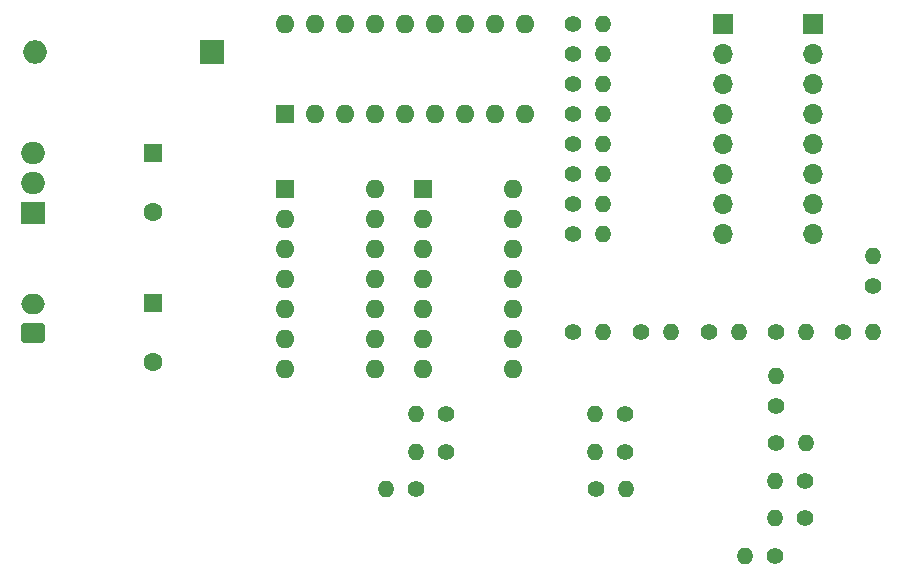
<source format=gbr>
%TF.GenerationSoftware,KiCad,Pcbnew,(6.0.2)*%
%TF.CreationDate,2022-03-15T21:00:07-05:00*%
%TF.ProjectId,alarm-PIC16F1619,616c6172-6d2d-4504-9943-313646313631,rev?*%
%TF.SameCoordinates,Original*%
%TF.FileFunction,Soldermask,Top*%
%TF.FilePolarity,Negative*%
%FSLAX46Y46*%
G04 Gerber Fmt 4.6, Leading zero omitted, Abs format (unit mm)*
G04 Created by KiCad (PCBNEW (6.0.2)) date 2022-03-15 21:00:07*
%MOMM*%
%LPD*%
G01*
G04 APERTURE LIST*
G04 Aperture macros list*
%AMRoundRect*
0 Rectangle with rounded corners*
0 $1 Rounding radius*
0 $2 $3 $4 $5 $6 $7 $8 $9 X,Y pos of 4 corners*
0 Add a 4 corners polygon primitive as box body*
4,1,4,$2,$3,$4,$5,$6,$7,$8,$9,$2,$3,0*
0 Add four circle primitives for the rounded corners*
1,1,$1+$1,$2,$3*
1,1,$1+$1,$4,$5*
1,1,$1+$1,$6,$7*
1,1,$1+$1,$8,$9*
0 Add four rect primitives between the rounded corners*
20,1,$1+$1,$2,$3,$4,$5,0*
20,1,$1+$1,$4,$5,$6,$7,0*
20,1,$1+$1,$6,$7,$8,$9,0*
20,1,$1+$1,$8,$9,$2,$3,0*%
G04 Aperture macros list end*
%ADD10O,1.600000X1.600000*%
%ADD11R,1.600000X1.600000*%
%ADD12R,1.700000X1.700000*%
%ADD13O,1.700000X1.700000*%
%ADD14C,1.400000*%
%ADD15O,1.400000X1.400000*%
%ADD16C,1.600000*%
%ADD17O,2.000000X2.000000*%
%ADD18R,2.000000X2.000000*%
%ADD19R,2.000000X1.905000*%
%ADD20O,2.000000X1.905000*%
%ADD21RoundRect,0.250000X0.750000X-0.600000X0.750000X0.600000X-0.750000X0.600000X-0.750000X-0.600000X0*%
%ADD22O,2.000000X1.700000*%
G04 APERTURE END LIST*
D10*
%TO.C,U4*%
X50480000Y-29210000D03*
X50480000Y-31750000D03*
X50480000Y-34290000D03*
X50480000Y-36830000D03*
X50480000Y-39370000D03*
X50480000Y-41910000D03*
X50480000Y-44450000D03*
X42860000Y-44450000D03*
X42860000Y-41910000D03*
X42860000Y-39370000D03*
X42860000Y-36830000D03*
X42860000Y-34290000D03*
X42860000Y-31750000D03*
D11*
X42860000Y-29210000D03*
%TD*%
D12*
%TO.C,DACInputs_+5v1*%
X80010000Y-15240000D03*
D13*
X80010000Y-17780000D03*
X80010000Y-20320000D03*
X80010000Y-22860000D03*
X80010000Y-25400000D03*
X80010000Y-27940000D03*
X80010000Y-30480000D03*
X80010000Y-33020000D03*
%TD*%
D14*
%TO.C,r_pd_b7*%
X67310000Y-33020000D03*
D15*
X69850000Y-33020000D03*
%TD*%
D14*
%TO.C,r_pd_b6*%
X67310000Y-30480000D03*
D15*
X69850000Y-30480000D03*
%TD*%
D14*
%TO.C,r_pd_b5*%
X67310000Y-27940000D03*
D15*
X69850000Y-27940000D03*
%TD*%
%TO.C,r_pd_b4*%
X69850000Y-25400000D03*
D14*
X67310000Y-25400000D03*
%TD*%
%TO.C,r_pd_b3*%
X67310000Y-22860000D03*
D15*
X69850000Y-22860000D03*
%TD*%
D14*
%TO.C,r_pd_b2*%
X67310000Y-20320000D03*
D15*
X69850000Y-20320000D03*
%TD*%
D14*
%TO.C,r_pd_b1*%
X67310000Y-17780000D03*
D15*
X69850000Y-17780000D03*
%TD*%
D14*
%TO.C,r_pd_b0*%
X67310000Y-15240000D03*
D15*
X69850000Y-15240000D03*
%TD*%
%TO.C,r17*%
X51435000Y-54610000D03*
D14*
X53975000Y-54610000D03*
%TD*%
D15*
%TO.C,r16*%
X53975000Y-51435000D03*
D14*
X56515000Y-51435000D03*
%TD*%
D15*
%TO.C,r15*%
X53975000Y-48260000D03*
D14*
X56515000Y-48260000D03*
%TD*%
D15*
%TO.C,r14*%
X69115000Y-48260000D03*
D14*
X71655000Y-48260000D03*
%TD*%
D15*
%TO.C,r13*%
X69165000Y-51435000D03*
D14*
X71705000Y-51435000D03*
%TD*%
D15*
%TO.C,r12*%
X71755000Y-54610000D03*
D14*
X69215000Y-54610000D03*
%TD*%
D15*
%TO.C,r11*%
X81815000Y-60275000D03*
D14*
X84355000Y-60275000D03*
%TD*%
%TO.C,r10*%
X86895000Y-57100000D03*
D15*
X84355000Y-57100000D03*
%TD*%
D14*
%TO.C,r9*%
X86945000Y-53925000D03*
D15*
X84405000Y-53925000D03*
%TD*%
D14*
%TO.C,r8*%
X84455000Y-50750000D03*
D15*
X86995000Y-50750000D03*
%TD*%
D14*
%TO.C,r7*%
X84455000Y-47575000D03*
D15*
X84455000Y-45035000D03*
%TD*%
D14*
%TO.C,r6*%
X90170000Y-41275000D03*
D15*
X92710000Y-41275000D03*
%TD*%
D14*
%TO.C,r5*%
X92710000Y-37415000D03*
D15*
X92710000Y-34875000D03*
%TD*%
D14*
%TO.C,r4*%
X84485000Y-41275000D03*
D15*
X87025000Y-41275000D03*
%TD*%
D14*
%TO.C,r3*%
X78790000Y-41275000D03*
D15*
X81330000Y-41275000D03*
%TD*%
D14*
%TO.C,r2*%
X73075000Y-41275000D03*
D15*
X75615000Y-41275000D03*
%TD*%
D14*
%TO.C,r1*%
X67310000Y-41275000D03*
D15*
X69850000Y-41275000D03*
%TD*%
D12*
%TO.C,DACInputs1*%
X87630000Y-15240000D03*
D13*
X87630000Y-17780000D03*
X87630000Y-20320000D03*
X87630000Y-22860000D03*
X87630000Y-25400000D03*
X87630000Y-27940000D03*
X87630000Y-30480000D03*
X87630000Y-33020000D03*
%TD*%
D10*
%TO.C,U3*%
X62230000Y-29210000D03*
X62230000Y-31750000D03*
X62230000Y-34290000D03*
X62230000Y-36830000D03*
X62230000Y-39370000D03*
X62230000Y-41910000D03*
X62230000Y-44450000D03*
X54610000Y-44450000D03*
X54610000Y-41910000D03*
X54610000Y-39370000D03*
X54610000Y-36830000D03*
X54610000Y-34290000D03*
X54610000Y-31750000D03*
D11*
X54610000Y-29210000D03*
%TD*%
%TO.C,U2*%
X42870000Y-22850000D03*
D10*
X45410000Y-22850000D03*
X47950000Y-22850000D03*
X50490000Y-22850000D03*
X53030000Y-22850000D03*
X55570000Y-22850000D03*
X58110000Y-22850000D03*
X60650000Y-22850000D03*
X63190000Y-22850000D03*
X63190000Y-15230000D03*
X60650000Y-15230000D03*
X58110000Y-15230000D03*
X55570000Y-15230000D03*
X53030000Y-15230000D03*
X50490000Y-15230000D03*
X47950000Y-15230000D03*
X45410000Y-15230000D03*
X42870000Y-15230000D03*
%TD*%
D11*
%TO.C,RegIn1*%
X31750000Y-38872349D03*
D16*
X31750000Y-43872349D03*
%TD*%
D17*
%TO.C,LS1*%
X21710000Y-17632829D03*
D18*
X36710000Y-17632829D03*
%TD*%
D19*
%TO.C,U1*%
X21590000Y-31252349D03*
D20*
X21590000Y-28712349D03*
X21590000Y-26172349D03*
%TD*%
D11*
%TO.C,RegOut1*%
X31750000Y-26172349D03*
D16*
X31750000Y-31172349D03*
%TD*%
D21*
%TO.C,BattIn1*%
X21590000Y-41412349D03*
D22*
X21590000Y-38912349D03*
%TD*%
M02*

</source>
